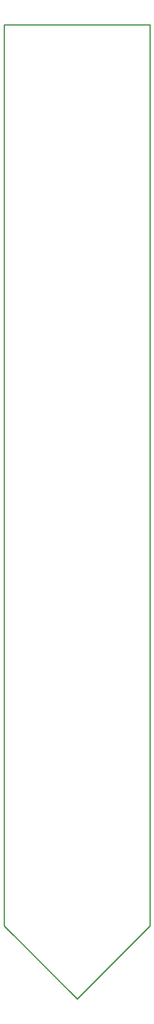
<source format=gbr>
G04 EAGLE Gerber RS-274X export*
G75*
%MOMM*%
%FSLAX34Y34*%
%LPD*%
%IN*%
%IPPOS*%
%AMOC8*
5,1,8,0,0,1.08239X$1,22.5*%
G01*
%ADD10C,0.254000*%


D10*
X0Y150000D02*
X150000Y0D01*
X300000Y150000D01*
X300000Y2000000D01*
X0Y2000000D01*
X0Y150000D01*
M02*

</source>
